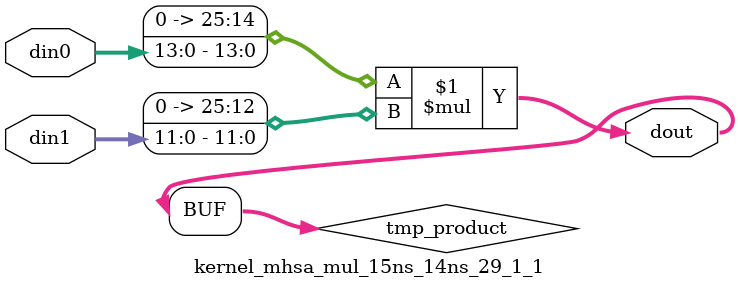
<source format=v>

`timescale 1 ns / 1 ps

 module kernel_mhsa_mul_15ns_14ns_29_1_1(din0, din1, dout);
parameter ID = 1;
parameter NUM_STAGE = 0;
parameter din0_WIDTH = 14;
parameter din1_WIDTH = 12;
parameter dout_WIDTH = 26;

input [din0_WIDTH - 1 : 0] din0; 
input [din1_WIDTH - 1 : 0] din1; 
output [dout_WIDTH - 1 : 0] dout;

wire signed [dout_WIDTH - 1 : 0] tmp_product;
























assign tmp_product = $signed({1'b0, din0}) * $signed({1'b0, din1});











assign dout = tmp_product;





















endmodule

</source>
